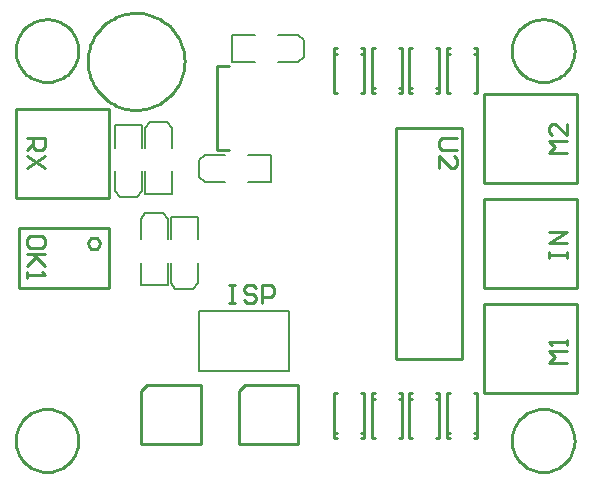
<source format=gto>
G04 Layer_Color=65535*
%FSLAX25Y25*%
%MOIN*%
G70*
G01*
G75*
%ADD29C,0.01000*%
%ADD30C,0.00787*%
D29*
X17658Y65689D02*
X17394Y66673D01*
X16673Y67394D01*
X15689Y67658D01*
X14705Y67394D01*
X13984Y66673D01*
X13721Y65689D01*
X13984Y64705D01*
X14705Y63984D01*
X15689Y63721D01*
X16673Y63984D01*
X17394Y64705D01*
X17658Y65689D01*
X10472Y0D02*
X10425Y996D01*
X10283Y1982D01*
X10048Y2950D01*
X9722Y3892D01*
X9308Y4799D01*
X8810Y5662D01*
X8232Y6474D01*
X7579Y7227D01*
X6858Y7914D01*
X6075Y8531D01*
X5236Y9069D01*
X4350Y9526D01*
X3425Y9896D01*
X2469Y10177D01*
X1490Y10366D01*
X498Y10461D01*
X-498D01*
X-1490Y10366D01*
X-2469Y10177D01*
X-3425Y9896D01*
X-4350Y9526D01*
X-5236Y9069D01*
X-6075Y8531D01*
X-6858Y7914D01*
X-7579Y7227D01*
X-8232Y6474D01*
X-8810Y5662D01*
X-9308Y4799D01*
X-9722Y3892D01*
X-10048Y2950D01*
X-10283Y1982D01*
X-10425Y996D01*
X-10472Y0D01*
X-10425Y-996D01*
X-10283Y-1982D01*
X-10048Y-2950D01*
X-9722Y-3892D01*
X-9308Y-4799D01*
X-8810Y-5662D01*
X-8232Y-6474D01*
X-7579Y-7227D01*
X-6858Y-7914D01*
X-6075Y-8531D01*
X-5236Y-9069D01*
X-4350Y-9526D01*
X-3425Y-9896D01*
X-2469Y-10177D01*
X-1490Y-10366D01*
X-498Y-10461D01*
X498D01*
X1490Y-10366D01*
X2469Y-10177D01*
X3425Y-9896D01*
X4350Y-9526D01*
X5236Y-9069D01*
X6075Y-8531D01*
X6858Y-7914D01*
X7579Y-7227D01*
X8232Y-6474D01*
X8810Y-5662D01*
X9308Y-4799D01*
X9722Y-3892D01*
X10048Y-2950D01*
X10283Y-1982D01*
X10425Y-995D01*
X10472Y0D01*
X175827D02*
X175779Y996D01*
X175637Y1982D01*
X175403Y2950D01*
X175077Y3892D01*
X174663Y4799D01*
X174164Y5662D01*
X173586Y6474D01*
X172934Y7227D01*
X172212Y7914D01*
X171429Y8531D01*
X170591Y9069D01*
X169705Y9526D01*
X168780Y9896D01*
X167823Y10177D01*
X166845Y10366D01*
X165853Y10461D01*
X164856D01*
X163864Y10366D01*
X162885Y10177D01*
X161929Y9896D01*
X161004Y9526D01*
X160118Y9069D01*
X159280Y8531D01*
X158496Y7914D01*
X157775Y7227D01*
X157122Y6474D01*
X156544Y5662D01*
X156046Y4799D01*
X155632Y3892D01*
X155306Y2950D01*
X155071Y1982D01*
X154929Y996D01*
X154882Y0D01*
X154929Y-996D01*
X155071Y-1982D01*
X155306Y-2950D01*
X155632Y-3892D01*
X156046Y-4799D01*
X156544Y-5662D01*
X157122Y-6474D01*
X157775Y-7227D01*
X158496Y-7914D01*
X159280Y-8531D01*
X160118Y-9069D01*
X161004Y-9526D01*
X161929Y-9896D01*
X162885Y-10177D01*
X163864Y-10366D01*
X164856Y-10461D01*
X165853D01*
X166845Y-10366D01*
X167823Y-10177D01*
X168780Y-9896D01*
X169705Y-9526D01*
X170591Y-9069D01*
X171429Y-8531D01*
X172212Y-7914D01*
X172934Y-7227D01*
X173586Y-6474D01*
X174164Y-5662D01*
X174663Y-4799D01*
X175077Y-3892D01*
X175403Y-2950D01*
X175637Y-1982D01*
X175779Y-995D01*
X175827Y0D01*
Y129921D02*
X175779Y130917D01*
X175637Y131903D01*
X175403Y132872D01*
X175077Y133814D01*
X174663Y134720D01*
X174164Y135583D01*
X173586Y136395D01*
X172934Y137148D01*
X172212Y137836D01*
X171429Y138452D01*
X170591Y138991D01*
X169705Y139447D01*
X168780Y139818D01*
X167823Y140099D01*
X166845Y140287D01*
X165853Y140382D01*
X164856D01*
X163864Y140287D01*
X162885Y140099D01*
X161929Y139818D01*
X161004Y139447D01*
X160118Y138991D01*
X159280Y138452D01*
X158496Y137836D01*
X157775Y137148D01*
X157122Y136395D01*
X156544Y135583D01*
X156046Y134720D01*
X155632Y133814D01*
X155306Y132872D01*
X155071Y131903D01*
X154929Y130917D01*
X154882Y129921D01*
X154929Y128926D01*
X155071Y127939D01*
X155306Y126971D01*
X155632Y126029D01*
X156046Y125122D01*
X156544Y124259D01*
X157122Y123448D01*
X157775Y122695D01*
X158496Y122007D01*
X159280Y121391D01*
X160118Y120852D01*
X161004Y120395D01*
X161929Y120025D01*
X162885Y119744D01*
X163864Y119555D01*
X164856Y119461D01*
X165853D01*
X166845Y119555D01*
X167823Y119744D01*
X168780Y120025D01*
X169705Y120395D01*
X170591Y120852D01*
X171429Y121391D01*
X172212Y122007D01*
X172934Y122695D01*
X173586Y123448D01*
X174164Y124259D01*
X174663Y125122D01*
X175077Y126029D01*
X175403Y126971D01*
X175637Y127939D01*
X175779Y128926D01*
X175827Y129921D01*
X10472D02*
X10425Y130917D01*
X10283Y131903D01*
X10048Y132872D01*
X9722Y133814D01*
X9308Y134720D01*
X8810Y135583D01*
X8232Y136395D01*
X7579Y137148D01*
X6858Y137836D01*
X6075Y138452D01*
X5236Y138991D01*
X4350Y139447D01*
X3425Y139818D01*
X2469Y140099D01*
X1490Y140287D01*
X498Y140382D01*
X-498D01*
X-1490Y140287D01*
X-2469Y140099D01*
X-3425Y139818D01*
X-4350Y139447D01*
X-5236Y138991D01*
X-6075Y138452D01*
X-6858Y137836D01*
X-7579Y137148D01*
X-8232Y136395D01*
X-8810Y135583D01*
X-9308Y134720D01*
X-9722Y133814D01*
X-10048Y132872D01*
X-10283Y131903D01*
X-10425Y130917D01*
X-10472Y129921D01*
X-10425Y128926D01*
X-10283Y127939D01*
X-10048Y126971D01*
X-9722Y126029D01*
X-9308Y125122D01*
X-8810Y124259D01*
X-8232Y123448D01*
X-7579Y122695D01*
X-6858Y122007D01*
X-6075Y121391D01*
X-5236Y120852D01*
X-4350Y120395D01*
X-3425Y120025D01*
X-2469Y119744D01*
X-1490Y119555D01*
X-498Y119461D01*
X498D01*
X1490Y119555D01*
X2469Y119744D01*
X3425Y120025D01*
X4350Y120395D01*
X5236Y120852D01*
X6075Y121391D01*
X6858Y122007D01*
X7579Y122695D01*
X8232Y123448D01*
X8810Y124259D01*
X9308Y125122D01*
X9722Y126029D01*
X10048Y126971D01*
X10283Y127939D01*
X10425Y128926D01*
X10472Y129921D01*
X45831Y126382D02*
X45799Y127385D01*
X45706Y128385D01*
X45550Y129377D01*
X45333Y130357D01*
X45056Y131322D01*
X44719Y132268D01*
X44324Y133191D01*
X43873Y134088D01*
X43366Y134955D01*
X42807Y135788D01*
X42197Y136586D01*
X41538Y137344D01*
X40834Y138059D01*
X40086Y138729D01*
X39298Y139352D01*
X38473Y139924D01*
X37615Y140444D01*
X36725Y140910D01*
X35808Y141319D01*
X34868Y141670D01*
X33907Y141963D01*
X32930Y142195D01*
X31941Y142366D01*
X30943Y142475D01*
X29940Y142522D01*
X28936Y142506D01*
X27935Y142428D01*
X26941Y142288D01*
X25957Y142086D01*
X24988Y141824D01*
X24037Y141502D01*
X23108Y141121D01*
X22205Y140684D01*
X21330Y140191D01*
X20488Y139644D01*
X19681Y139047D01*
X18913Y138400D01*
X18187Y137707D01*
X17505Y136970D01*
X16870Y136192D01*
X16285Y135376D01*
X15752Y134525D01*
X15273Y133643D01*
X14849Y132733D01*
X14483Y131798D01*
X14176Y130842D01*
X13928Y129869D01*
X13742Y128882D01*
X13618Y127886D01*
X13555Y126884D01*
Y125880D01*
X13618Y124878D01*
X13742Y123881D01*
X13928Y122895D01*
X14176Y121922D01*
X14483Y120966D01*
X14849Y120031D01*
X15273Y119121D01*
X15752Y118239D01*
X16285Y117388D01*
X16870Y116572D01*
X17505Y115794D01*
X18187Y115057D01*
X18913Y114364D01*
X19681Y113717D01*
X20488Y113119D01*
X21330Y112573D01*
X22205Y112080D01*
X23108Y111643D01*
X24037Y111262D01*
X24988Y110940D01*
X25957Y110677D01*
X26941Y110476D01*
X27935Y110336D01*
X28936Y110258D01*
X29940Y110242D01*
X30943Y110289D01*
X31941Y110398D01*
X32930Y110569D01*
X33907Y110801D01*
X34868Y111093D01*
X35808Y111445D01*
X36725Y111854D01*
X37615Y112320D01*
X38473Y112840D01*
X39298Y113412D01*
X40086Y114035D01*
X40834Y114705D01*
X41538Y115420D01*
X42197Y116178D01*
X42807Y116975D01*
X43366Y117809D01*
X43873Y118676D01*
X44324Y119573D01*
X44719Y120496D01*
X45056Y121442D01*
X45334Y122407D01*
X45550Y123387D01*
X45706Y124379D01*
X45799Y125378D01*
X45831Y126382D01*
X63976Y-1240D02*
Y16476D01*
X65945Y18445D01*
X83661D01*
Y-1240D02*
Y18445D01*
X63976Y-1240D02*
X83661D01*
X31476D02*
Y16476D01*
X33445Y18445D01*
X51161D01*
Y-1240D02*
Y18445D01*
X31476Y-1240D02*
X51161D01*
X-10295Y110531D02*
X20610D01*
X-10295Y81004D02*
Y110531D01*
Y81004D02*
X20610D01*
Y110531D01*
X145768Y85847D02*
X176673D01*
Y115374D01*
X145768D02*
X176673D01*
X145768Y85847D02*
Y115374D01*
Y15846D02*
X176673D01*
Y45374D01*
X145768D02*
X176673D01*
X145768Y15846D02*
Y45374D01*
X20689Y50689D02*
Y70689D01*
X-9311Y50689D02*
X20689D01*
X-9311D02*
Y70689D01*
X20689D01*
X143189Y115689D02*
Y130689D01*
X133189Y115689D02*
Y130689D01*
X142189D02*
X143189D01*
X133189D02*
X134189D01*
X133189Y128889D02*
X134189D01*
X142189Y128789D02*
X143189D01*
X133189Y115689D02*
X134189D01*
X142189D02*
X143189D01*
X104689D02*
X105689D01*
X95689D02*
X96689D01*
X104689Y128789D02*
X105689D01*
X95689Y128889D02*
X96689D01*
X95689Y130689D02*
X96689D01*
X104689D02*
X105689D01*
X95689Y115689D02*
Y130689D01*
X105689Y115689D02*
Y130689D01*
X95689Y689D02*
Y15689D01*
X105689Y689D02*
Y15689D01*
X95689Y689D02*
X96689D01*
X104689D02*
X105689D01*
X104689Y2489D02*
X105689D01*
X95689Y2589D02*
X96689D01*
X104689Y15689D02*
X105689D01*
X95689D02*
X96689D01*
X133189D02*
X134189D01*
X142189D02*
X143189D01*
X133189Y2589D02*
X134189D01*
X142189Y2489D02*
X143189D01*
X142189Y689D02*
X143189D01*
X133189D02*
X134189D01*
X143189D02*
Y15689D01*
X133189Y689D02*
Y15689D01*
X120689Y115689D02*
Y130689D01*
X130689Y115689D02*
Y130689D01*
X120689Y115689D02*
X121689D01*
X129689D02*
X130689D01*
X129689Y117489D02*
X130689D01*
X120689Y117589D02*
X121689D01*
X129689Y130689D02*
X130689D01*
X120689D02*
X121689D01*
X108189D02*
X109189D01*
X117189D02*
X118189D01*
X108189Y117589D02*
X109189D01*
X117189Y117489D02*
X118189D01*
X117189Y115689D02*
X118189D01*
X108189D02*
X109189D01*
X118189D02*
Y130689D01*
X108189Y115689D02*
Y130689D01*
X118189Y689D02*
Y15689D01*
X108189Y689D02*
Y15689D01*
X117189D02*
X118189D01*
X108189D02*
X109189D01*
X108189Y13889D02*
X109189D01*
X117189Y13789D02*
X118189D01*
X108189Y689D02*
X109189D01*
X117189D02*
X118189D01*
X129689D02*
X130689D01*
X120689D02*
X121689D01*
X129689Y13789D02*
X130689D01*
X120689Y13889D02*
X121689D01*
X120689Y15689D02*
X121689D01*
X129689D02*
X130689D01*
X120689Y689D02*
Y15689D01*
X130689Y689D02*
Y15689D01*
X56689Y96689D02*
X60689D01*
X56689D02*
Y124689D01*
X60689D01*
X145768Y50846D02*
X176673D01*
Y80374D01*
X145768D02*
X176673D01*
X145768Y50846D02*
Y80374D01*
X116489Y27189D02*
X138289D01*
Y104089D01*
X116289D02*
X138289D01*
X116437Y27189D02*
Y104089D01*
X167191Y60689D02*
Y62688D01*
Y61689D01*
X173189D01*
Y60689D01*
Y62688D01*
Y65687D02*
X167191D01*
X173189Y69686D01*
X167191D01*
X60689Y51687D02*
X62688D01*
X61689D01*
Y45689D01*
X60689D01*
X62688D01*
X69686Y50687D02*
X68686Y51687D01*
X66687D01*
X65687Y50687D01*
Y49688D01*
X66687Y48688D01*
X68686D01*
X69686Y47688D01*
Y46689D01*
X68686Y45689D01*
X66687D01*
X65687Y46689D01*
X71685Y45689D02*
Y51687D01*
X74685D01*
X75684Y50687D01*
Y48688D01*
X74685Y47688D01*
X71685D01*
X173189Y25689D02*
X167191D01*
X169190Y27688D01*
X167191Y29688D01*
X173189D01*
Y31687D02*
Y33686D01*
Y32687D01*
X167191D01*
X168191Y31687D01*
X173189Y95689D02*
X167191D01*
X169190Y97688D01*
X167191Y99688D01*
X173189D01*
Y105686D02*
Y101687D01*
X169190Y105686D01*
X168191D01*
X167191Y104686D01*
Y102687D01*
X168191Y101687D01*
X-813Y65190D02*
Y67189D01*
X-1813Y68189D01*
X-5811D01*
X-6811Y67189D01*
Y65190D01*
X-5811Y64190D01*
X-1813D01*
X-813Y65190D01*
Y62191D02*
X-6811D01*
X-4812D01*
X-813Y58192D01*
X-3812Y61191D01*
X-6811Y58192D01*
Y56193D02*
Y54194D01*
Y55193D01*
X-813D01*
X-1813Y56193D01*
X-6811Y100689D02*
X-813D01*
Y97690D01*
X-1813Y96690D01*
X-3812D01*
X-4812Y97690D01*
Y100689D01*
Y98690D02*
X-6811Y96690D01*
X-813Y94691D02*
X-6811Y90692D01*
X-813D02*
X-6811Y94691D01*
X136687Y100689D02*
X131689D01*
X130689Y99689D01*
Y97690D01*
X131689Y96690D01*
X136687D01*
X130689Y90692D02*
Y94691D01*
X134688Y90692D01*
X135687D01*
X136687Y91692D01*
Y93691D01*
X135687Y94691D01*
D30*
X41717Y82272D02*
Y89752D01*
X32661Y82272D02*
Y89752D01*
Y82272D02*
X41717D01*
X34236Y106287D02*
X40142D01*
X41717Y97626D02*
Y104319D01*
X32661D02*
X34236Y106287D01*
X40142D02*
X41717Y104319D01*
X32661Y97626D02*
Y104319D01*
X22661Y97626D02*
Y105106D01*
X31716Y97626D02*
Y105106D01*
X22661D02*
X31716D01*
X24236Y81090D02*
X30142D01*
X22661Y83059D02*
Y89752D01*
X30142Y81090D02*
X31716Y83059D01*
X22661D02*
X24236Y81090D01*
X31716Y83059D02*
Y89752D01*
X61522Y23189D02*
X80689D01*
X50689D02*
X80689D01*
X50689Y43189D02*
X80689D01*
X50689Y23189D02*
Y43189D01*
X80689Y23189D02*
Y43189D01*
X61772Y126161D02*
X69252D01*
X61772Y135216D02*
X69252D01*
X61772Y126161D02*
Y135216D01*
X85787Y127736D02*
Y133642D01*
X77126Y126161D02*
X83819D01*
Y135216D02*
X85787Y133642D01*
X83819Y126161D02*
X85787Y127736D01*
X77126Y135216D02*
X83819D01*
X67126Y95217D02*
X74606D01*
X67126Y86161D02*
X74606D01*
Y95217D01*
X50591Y87736D02*
Y93642D01*
X52559Y95217D02*
X59252D01*
X50591Y87736D02*
X52559Y86161D01*
X50591Y93642D02*
X52559Y95217D01*
X52559Y86161D02*
X59252D01*
X40216Y51772D02*
Y59252D01*
X31161Y51772D02*
Y59252D01*
Y51772D02*
X40216D01*
X32736Y75787D02*
X38642D01*
X40216Y67126D02*
Y73819D01*
X31161D02*
X32736Y75787D01*
X38642D02*
X40216Y73819D01*
X31161Y67126D02*
Y73819D01*
X41161Y67126D02*
Y74606D01*
X50217Y67126D02*
Y74606D01*
X41161D02*
X50217D01*
X42736Y50590D02*
X48642D01*
X41161Y52559D02*
Y59252D01*
X48642Y50590D02*
X50217Y52559D01*
X41161D02*
X42736Y50590D01*
X50217Y52559D02*
Y59252D01*
M02*

</source>
